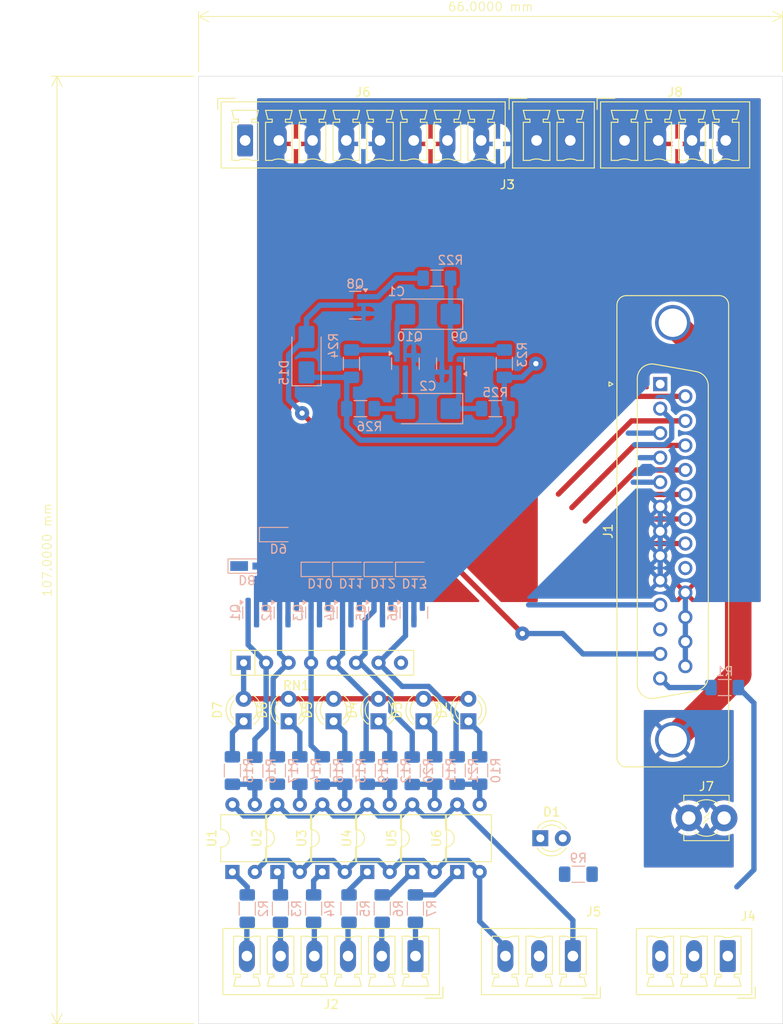
<source format=kicad_pcb>
(kicad_pcb (version 20240108) (generator "pcbnew") (generator_version "8.0")
  (layers (0 "F.Cu" signal) (31 "B.Cu" signal) (34 "B.Paste" user) (35 "F.Paste" user) (36 "B.SilkS" user "B.Silkscreen") (37 "F.SilkS" user "F.Silkscreen") (38 "B.Mask" user) (39 "F.Mask" user) (44 "Edge.Cuts" user))
  (net 0 "")
  (net 1 "Net-(Q10-B)")
  (net 2 "1Hz")
  (net 3 "Net-(Q10-C)")
  (net 4 "Net-(Q9-B)")
  (net 5 "VDD")
  (net 6 "BLINK_OC")
  (net 7 "AUX1")
  (net 8 "TOWER_YELLOW_OC")
  (net 9 "AUX2")
  (net 10 "TOWER_GREEN_OC")
  (net 11 "HOME")
  (net 12 "GOTO")
  (net 13 "GND")
  (net 14 "PARK")
  (net 15 "ES_OC")
  (net 16 "Earth")
  (net 17 "SPARE_OC")
  (net 18 "RELEASE_OC")
  (net 19 "DE_OC")
  (net 20 "START")
  (net 21 "STOP")
  (net 22 "WC_OC")
  (net 23 "DOOR_CLOSED_OC")
  (net 24 "TOWER_RED_OC")
  (net 25 "Net-(Q8-G)")
  (net 26 "Net-(D1-K)")
  (net 27 "Net-(D2-K)")
  (net 28 "Net-(D3-K)")
  (net 29 "Net-(D4-K)")
  (net 30 "Net-(D5-K)")
  (net 31 "Net-(D6-K)")
  (net 32 "Net-(D7-K)")
  (net 33 "~{DOOR_CLOSED}")
  (net 34 "Net-(Q1-G)")
  (net 35 "Net-(Q2-G)")
  (net 36 "Net-(Q3-G)")
  (net 37 "Net-(Q4-G)")
  (net 38 "Net-(Q5-G)")
  (net 39 "Net-(Q6-G)")
  (net 40 "Net-(R2-Pad2)")
  (net 41 "Net-(R3-Pad2)")
  (net 42 "Net-(R4-Pad2)")
  (net 43 "Net-(R5-Pad2)")
  (net 44 "Net-(R6-Pad2)")
  (net 45 "Net-(R7-Pad2)")
  (net 47 "Net-(R10-Pad1)")
  (net 48 "Net-(R11-Pad1)")
  (net 49 "Net-(R12-Pad1)")
  (net 50 "Net-(R13-Pad1)")
  (net 51 "Net-(R14-Pad1)")
  (net 52 "Net-(R15-Pad1)")
  (net 53 "DOOR_OPENED_OC")
  (net 54 "SPARE_TTL")
  (net 55 "TOWER_YELLOW_TTL")
  (net 56 "TOWER_GREEN_TTL")
  (net 57 "ES_TTL")
  (net 58 "DE_TTL")
  (net 59 "TOWER_RED_TTL")
  (footprint "LED_THT:LED_D3.0mm" (layer "F.Cu") (at 134.615 146.05)
    (property "Reference" "D1")
    (property "Value" "LED")
  )
  (footprint "Package_DIP:DIP-4_W7.62mm" (layer "F.Cu") (at 120.142 149.86 90)
    (property "Reference" "U5")
    (property "Value" "PC817")
  )
  (footprint "Package_DIP:DIP-4_W7.62mm" (layer "F.Cu") (at 99.822 149.86 90)
    (property "Reference" "U1")
    (property "Value" "PC817")
  )
  (footprint "LED_THT:LED_D3.0mm" (layer "F.Cu") (at 106.172 132.842 90)
    (property "Reference" "D6")
    (property "Value" "LED")
  )
  (footprint "TerminalBlock_MetzConnect:TerminalBlock_MetzConnect_360410_1x01_Horizontal_ScrewM3.0" (layer "F.Cu") (at 151.384 143.764)
    (property "Reference" "J7")
    (property "Value" "Screw_Terminal_01x01")
  )
  (footprint "LED_THT:LED_D3.0mm" (layer "F.Cu") (at 101.092 132.842 90)
    (property "Reference" "D7")
    (property "Value" "LED")
  )
  (footprint "Connector_Phoenix_MC:PhoenixContact_MCV_1,5_2-G-3.81_1x02_P3.81mm_Vertical" (layer "F.Cu") (at 134.19 67.25)
    (property "Reference" "J3")
    (property "Value" "Screw_Terminal_01x02")
  )
  (footprint "Package_DIP:DIP-4_W7.62mm" (layer "F.Cu") (at 104.902 149.86 90)
    (property "Reference" "U2")
    (property "Value" "PC817")
  )
  (footprint "LED_THT:LED_D3.0mm" (layer "F.Cu") (at 116.332 132.842 90)
    (property "Reference" "D4")
    (property "Value" "LED")
  )
  (footprint "Package_DIP:DIP-4_W7.62mm" (layer "F.Cu") (at 125.222 149.86 90)
    (property "Reference" "U6")
    (property "Value" "PC817")
  )
  (footprint "LED_THT:LED_D3.0mm" (layer "F.Cu") (at 121.412 132.842 90)
    (property "Reference" "D3")
    (property "Value" "LED")
  )
  (footprint "Connector_Phoenix_MC:PhoenixContact_MCV_1,5_6-G-3.81_1x06_P3.81mm_Vertical" (layer "F.Cu") (at 120.5075 159.3575 180)
    (property "Reference" "J2")
    (property "Value" "MASSO_TTL")
  )
  (footprint "Connector_Phoenix_MC:PhoenixContact_MCV_1,5_3-G-3.81_1x03_P3.81mm_Vertical" (layer "F.Cu") (at 155.7925 159.3575 180)
    (property "Reference" "J4")
    (property "Value" "Door Up")
  )
  (footprint "Connector_Phoenix_MC:PhoenixContact_MCV_1,5_8-G-3.81_1x08_P3.81mm_Vertical" (layer "F.Cu") (at 101.26 67.25)
    (property "Reference" "J6")
    (property "Value" "TO_MASSO_INPUTS")
  )
  (footprint "Package_DIP:DIP-4_W7.62mm" (layer "F.Cu") (at 109.982 149.86 90)
    (property "Reference" "U3")
    (property "Value" "PC817")
  )
  (footprint "Connector_Phoenix_MC:PhoenixContact_MCV_1,5_4-G-3.81_1x04_P3.81mm_Vertical" (layer "F.Cu") (at 144.13 67.25)
    (property "Reference" "J8")
    (property "Value" "Screw_Terminal_01x04")
  )
  (footprint "Connector_Phoenix_MC:PhoenixContact_MCV_1,5_3-G-3.81_1x03_P3.81mm_Vertical" (layer "F.Cu") (at 138.2925 159.3575 180)
    (property "Reference" "J5")
    (property "Value" "Door Closed")
  )
  (footprint "Package_DIP:DIP-4_W7.62mm" (layer "F.Cu") (at 115.062 149.86 90)
    (property "Reference" "U4")
    (property "Value" "PC817")
  )
  (footprint "LED_THT:LED_D3.0mm" (layer "F.Cu") (at 111.252 132.842 90)
    (property "Reference" "D5")
    (property "Value" "LED")
  )
  (footprint "LED_THT:LED_D3.0mm" (layer "F.Cu") (at 126.492 132.842 90)
    (property "Reference" "D2")
    (property "Value" "LED")
  )
  (footprint "Resistor_THT:R_Array_SIP8" (layer "F.Cu") (at 101.092 126.238)
    (property "Reference" "RN1")
    (property "Value" "1l")
  )
  (footprint "Connector_Dsub:DSUB-25_Female_Vertical_P2.77x2.84mm_MountingHoles" (layer "F.Cu") (at 148.16 94.765 90)
    (property "Reference" "J1")
    (property "Value" "DB25_Receptacle_MountingHoles")
  )
  (footprint "Package_TO_SOT_SMD:SOT-23" (layer "B.Cu") (at 116.774 120.5715 -90)
    (property "Reference" "Q5")
    (property "Value" "IRLML0030")
  )
  (footprint "Resistor_SMD:R_1206_3216Metric_Pad1.30x1.75mm_HandSolder" (layer "B.Cu") (at 130.546 92.456 90)
    (property "Reference" "R23")
    (property "Value" "5k6")
  )
  (footprint "Diode_SMD:D_MicroSMP_AK" (layer "B.Cu") (at 116.84 115.688)
    (property "Reference" "D12")
    (property "Value" "1J")
  )
  (footprint "Diode_SMD:D_MicroSMP_AK" (layer "B.Cu") (at 120.396 115.688)
    (property "Reference" "D13")
    (property "Value" "1J")
  )
  (footprint "Resistor_SMD:R_1206_3216Metric_Pad1.30x1.75mm_HandSolder" (layer "B.Cu") (at 109.982 138.404 90)
    (property "Reference" "R18")
    (property "Value" "22")
  )
  (footprint "Package_TO_SOT_SMD:SOT-23" (layer "B.Cu") (at 119.37 92.456 -90)
    (property "Reference" "Q10")
    (property "Value" "BC547")
  )
  (footprint "Diode_SMD:D_SMA" (layer "B.Cu") (at 108.194 91.44 90)
    (property "Reference" "D15")
    (property "Value" "1J")
  )
  (footprint "Resistor_SMD:R_1206_3216Metric_Pad1.30x1.75mm_HandSolder" (layer "B.Cu") (at 114.29 97.536)
    (property "Reference" "R26")
    (property "Value" "100k")
  )
  (footprint "Resistor_SMD:R_1206_3216Metric_Pad1.30x1.75mm_HandSolder" (layer "B.Cu") (at 127.762 138.404 90)
    (property "Reference" "R10")
    (property "Value" "4k7")
  )
  (footprint "Diode_SMD:D_MicroSMP_AK" (layer "B.Cu") (at 105.02 111.76)
    (property "Reference" "D9")
    (property "Value" "1J")
  )
  (footprint "Resistor_SMD:R_1206_3216Metric_Pad1.30x1.75mm_HandSolder" (layer "B.Cu") (at 102.362 138.45 90)
    (property "Reference" "R16")
    (property "Value" "22")
  )
  (footprint "Diode_SMD:D_MicroSMP_AK" (layer "B.Cu") (at 113.284 115.688)
    (property "Reference" "D11")
    (property "Value" "1J")
  )
  (footprint "Resistor_SMD:R_1206_3216Metric_Pad1.30x1.75mm_HandSolder" (layer "B.Cu") (at 99.822 138.404 90)
    (property "Reference" "R15")
    (property "Value" "4k7")
  )
  (footprint "Diode_SMD:D_MicroSMP_AK" (layer "B.Cu") (at 101.464 115.316)
    (property "Reference" "D8")
    (property "Value" "1J")
  )
  (footprint "Package_TO_SOT_SMD:SOT-23" (layer "B.Cu") (at 113.7035 85.852 180)
    (property "Reference" "Q8")
    (property "Value" "IRLML0030")
  )
  (footprint "Resistor_SMD:R_1206_3216Metric_Pad1.30x1.75mm_HandSolder" (layer "B.Cu") (at 107.442 138.404 90)
    (property "Reference" "R14")
    (property "Value" "4k7")
  )
  (footprint "Package_TO_SOT_SMD:SOT-23" (layer "B.Cu") (at 113.218 120.5715 -90)
    (property "Reference" "Q4")
    (property "Value" "IRLML0030")
  )
  (footprint "Resistor_SMD:R_1206_3216Metric_Pad1.30x1.75mm_HandSolder" (layer "B.Cu") (at 117.602 138.404 90)
    (property "Reference" "R12")
    (property "Value" "4k7")
  )
  (footprint "Package_TO_SOT_SMD:SOT-23" (layer "B.Cu") (at 102.55 120.5715 -90)
    (property "Reference" "Q1")
    (property "Value" "IRLML0030")
  )
  (footprint "Package_TO_SOT_SMD:SOT-23" (layer "B.Cu") (at 109.662 120.5715 -90)
    (property "Reference" "Q3")
    (property "Value" "IRLML0030")
  )
  (footprint "Package_TO_SOT_SMD:SOT-23" (layer "B.Cu") (at 106.106 120.5715 -90)
    (property "Reference" "Q2")
    (property "Value" "IRLML0030")
  )
  (footprint "Diode_SMD:D_MicroSMP_AK" (layer "B.Cu") (at 109.728 115.688)
    (property "Reference" "D10")
    (property "Value" "1J")
  )
  (footprint "Resistor_SMD:R_1206_3216Metric_Pad1.30x1.75mm_HandSolder" (layer "B.Cu") (at 104.902 138.404 90)
    (property "Reference" "R17")
    (property "Value" "22")
  )
  (footprint "Resistor_SMD:R_1206_3216Metric_Pad1.30x1.75mm_HandSolder" (layer "B.Cu") (at 138.912 150.114 180)
    (property "Reference" "R9")
    (property "Value" "4k7")
  )
  (footprint "Resistor_SMD:R_1206_3216Metric_Pad1.30x1.75mm_HandSolder" (layer "B.Cu") (at 120.5 154 90)
    (property "Reference" "R7")
    (property "Value" "470")
  )
  (footprint "Resistor_SMD:R_1206_3216Metric_Pad1.30x1.75mm_HandSolder" (layer "B.Cu") (at 122.682 138.404 90)
    (property "Reference" "R11")
    (property "Value" "4k7")
  )
  (footprint "Resistor_SMD:R_1206_3216Metric_Pad1.30x1.75mm_HandSolder" (layer "B.Cu") (at 112.522 138.404 90)
    (property "Reference" "R13")
    (property "Value" "4k7")
  )
  (footprint "Resistor_SMD:R_1206_3216Metric_Pad1.30x1.75mm_HandSolder" (layer "B.Cu") (at 122.926 82.804)
    (property "Reference" "R22")
    (property "Value" "22")
  )
  (footprint "Resistor_SMD:R_1206_3216Metric_Pad1.30x1.75mm_HandSolder" (layer "B.Cu") (at 101.5 154 90)
    (property "Reference" "R2")
    (property "Value" "1K")
  )
  (footprint "Resistor_SMD:R_1206_3216Metric_Pad1.30x1.75mm_HandSolder" (layer "B.Cu") (at 109 154 90)
    (property "Reference" "R4")
    (property "Value" "1K")
  )
  (footprint "Resistor_SMD:R_1206_3216Metric_Pad1.30x1.75mm_HandSolder" (layer "B.Cu") (at 105.25 154 90)
    (property "Reference" "R3")
    (property "Value" "1K")
  )
  (footprint "Resistor_SMD:R_1206_3216Metric_Pad1.30x1.75mm_HandSolder" (layer "B.Cu") (at 155.45 129.032 180)
    (property "Reference" "R1")
    (property "Value" "5k6")
  )
  (footprint "Resistor_SMD:R_1206_3216Metric_Pad1.30x1.75mm_HandSolder" (layer "B.Cu") (at 125.222 138.404 90)
    (property "Reference" "R21")
    (property "Value" "22")
  )
  (footprint "Resistor_SMD:R_1206_3216Metric_Pad1.30x1.75mm_HandSolder" (layer "B.Cu") (at 113.274 92.456 90)
    (property "Reference" "R24")
    (property "Value" "150k")
  )
  (footprint "Capacitor_Tantalum_SMD:CP_EIA-6032-28_Kemet-C_Pad2.25x2.35mm_HandSolder" (layer "B.Cu") (at 121.91 97.536 180)
    (property "Reference" "C2")
    (property "Value" "4u7")
  )
  (footprint "Package_TO_SOT_SMD:SOT-23" (layer "B.Cu") (at 120.33 120.5715 -90)
    (property "Reference" "Q6")
    (property "Value" "IRLML0030")
  )
  (footprint "Capacitor_Tantalum_SMD:CP_EIA-6032-28_Kemet-C_Pad2.25x2.35mm_HandSolder" (layer "B.Cu") (at 121.91 86.868 180)
    (property "Reference" "C1")
    (property "Value" "4u7")
  )
  (footprint "Resistor_SMD:R_1206_3216Metric_Pad1.30x1.75mm_HandSolder" (layer "B.Cu") (at 113 154 90)
    (property "Reference" "R5")
    (property "Value" "1K")
  )
  (footprint "Resistor_SMD:R_1206_3216Metric_Pad1.30x1.75mm_HandSolder" (layer "B.Cu") (at 116.75 154 90)
    (property "Reference" "R6")
    (property "Value" "1K")
  )
  (footprint "Package_TO_SOT_SMD:SOT-23" (layer "B.Cu") (at 124.45 92.456 90)
    (property "Reference" "Q9")
    (property "Value" "BC547")
  )
  (footprint "Resistor_SMD:R_1206_3216Metric_Pad1.30x1.75mm_HandSolder" (layer "B.Cu") (at 120.142 138.43 90)
    (property "Reference" "R20")
    (property "Value" "22")
  )
  (footprint "Resistor_SMD:R_1206_3216Metric_Pad1.30x1.75mm_HandSolder" (layer "B.Cu") (at 129.53 97.536 180)
    (property "Reference" "R25")
    (property "Value" "150k")
  )
  (footprint "Resistor_SMD:R_1206_3216Metric_Pad1.30x1.75mm_HandSolder" (layer "B.Cu") (at 115.062 138.404 90)
    (property "Reference" "R19")
    (property "Value" "22")
  )
  (gr_rect (start 96 60) (end 162 167) (stroke (width 0.05)) (fill none) (layer "Edge.Cuts"))
  (dimension (type aligned) (layer "F.SilkS") (pts (xy 96 167) (xy 96 60)) (height -16) (gr_text "107.0000 mm" (at 78.9 113.5 90) (layer "F.SilkS") (effects (font (size 1 1) (thickness 0.1)))) (format (prefix "") (suffix "") (units 3) (units_format 1) (precision 4)) (style (thickness 0.1) (arrow_length 1.27) (text_position_mode 0) (extension_height 0.58642) (extension_offset 0.5) keep_text_aligned))
  (dimension (type aligned) (layer "F.SilkS") (pts (xy 162 60) (xy 96 60)) (height 6.749999) (gr_text "66.0000 mm" (at 129 52.150001 0) (layer "F.SilkS") (effects (font (size 1 1) (thickness 0.1)))) (format (prefix "") (suffix "") (units 3) (units_format 1) (precision 4)) (style (thickness 0.1) (arrow_length 1.27) (text_position_mode 0) (extension_height 0.58642) (extension_offset 0.5) keep_text_aligned))
  (segment (start 117.938 90.906) (end 117.938 91.0365) (width 0.6) (layer "B.Cu") (net 1))
  (segment (start 113.274 90.906) (end 117.938 90.906) (width 0.6) (layer "B.Cu") (net 1))
  (segment (start 117.938 90.906) (end 118.42 90.424) (width 0.6) (layer "B.Cu") (net 1))
  (segment (start 117.938 91.0365) (end 118.42 91.5185) (width 0.6) (layer "B.Cu") (net 1))
  (segment (start 118.42 91.5185) (end 118.42 90.424) (width 0.6) (layer "B.Cu") (net 1))
  (segment (start 118.42 87.808) (end 119.36 86.868) (width 0.6) (layer "B.Cu") (net 1))
  (segment (start 118.42 90.424) (end 118.42 87.808) (width 0.6) (layer "B.Cu") (net 1))
  (segment (start 124.968 90.906) (end 124.476 90.906) (width 0.6) (layer "B.Cu") (net 2))
  (segment (start 124.45 90.424) (end 124.45 86.878) (width 0.6) (layer "B.Cu") (net 2))
  (segment (start 124.486 90.424) (end 124.968 90.906) (width 0.6) (layer "B.Cu") (net 2))
  (segment (start 124.45 91.5185) (end 124.968 91.0005) (width 0.6) (layer "B.Cu") (net 2))
  (segment (start 124.45 86.878) (end 124.46 86.868) (width 0.6) (layer "B.Cu") (net 2))
  (segment (start 130.546 90.906) (end 124.968 90.906) (width 0.6) (layer "B.Cu") (net 2))
  (segment (start 124.476 90.906) (end 124.45 90.932) (width 0.6) (layer "B.Cu") (net 2))
  (segment (start 124.476 86.852) (end 124.46 86.868) (width 0.6) (layer "B.Cu") (net 2))
  (segment (start 124.45 91.5185) (end 124.45 90.932) (width 0.6) (layer "B.Cu") (net 2))
  (segment (start 124.45 90.424) (end 124.486 90.424) (width 0.6) (layer "B.Cu") (net 2))
  (segment (start 124.476 82.804) (end 124.476 86.852) (width 0.6) (layer "B.Cu") (net 2))
  (segment (start 124.968 91.0005) (end 124.968 90.906) (width 0.6) (layer "B.Cu") (net 2))
  (segment (start 124.45 90.932) (end 124.45 90.424) (width 0.6) (layer "B.Cu") (net 2))
  (segment (start 119.36 97.536) (end 115.84 97.536) (width 0.6) (layer "B.Cu") (net 3))
  (segment (start 119.37 97.526) (end 119.36 97.536) (width 0.6) (layer "B.Cu") (net 3))
  (segment (start 119.37 93.3935) (end 119.37 97.526) (width 0.6) (layer "B.Cu") (net 3))
  (segment (start 125.4 93.3935) (end 125.4 96.596) (width 0.6) (layer "B.Cu") (net 4))
  (segment (start 127.98 97.536) (end 124.46 97.536) (width 0.6) (layer "B.Cu") (net 4))
  (segment (start 125.4 96.596) (end 124.46 97.536) (width 0.6) (layer "B.Cu") (net 4))
  (via (at 134.112 92.456) (size 1.6) (drill 0.6) (layers "F.Cu" "B.Cu") (net 5))
  (segment (start 112.74 97.536) (end 112.74 94.54) (width 0.6) (layer "B.Cu") (net 5))
  (segment (start 116.362 143.54) (end 118.842 143.54) (width 0.6) (layer "B.Cu") (net 5))
  (segment (start 132.562 94.006) (end 134.112 92.456) (width 0.6) (layer "B.Cu") (net 5))
  (segment (start 115.062 142.24) (end 116.362 143.54) (width 0.6) (layer "B.Cu") (net 5))
  (segment (start 108.682 143.54) (end 109.982 142.24) (width 0.6) (layer "B.Cu") (net 5))
  (segment (start 113.274 94.006) (end 108.76 94.006) (width 0.6) (layer "B.Cu") (net 5))
  (segment (start 125.222 142.24) (end 138.2925 155.3105) (width 0.6) (layer "B.Cu") (net 5))
  (segment (start 130.546 97.002) (end 131.08 97.536) (width 0.6) (layer "B.Cu") (net 5))
  (segment (start 121.442 143.54) (end 123.922 143.54) (width 0.6) (layer "B.Cu") (net 5))
  (segment (start 103.602 143.54) (end 104.902 142.24) (width 0.6) (layer "B.Cu") (net 5))
  (segment (start 130.546 94.006) (end 132.562 94.006) (width 0.6) (layer "B.Cu") (net 5))
  (segment (start 151 118.31) (end 151 121.08) (width 0.6) (layer "B.Cu") (net 5))
  (segment (start 138.2925 155.3105) (end 138.2925 159.3575) (width 0.6) (layer "B.Cu") (net 5))
  (segment (start 123.922 143.54) (end 125.222 142.24) (width 0.6) (layer "B.Cu") (net 5))
  (segment (start 112.74 99.532) (end 112.74 97.536) (width 0.6) (layer "B.Cu") (net 5))
  (segment (start 104.902 142.24) (end 106.202 143.54) (width 0.6) (layer "B.Cu") (net 5))
  (segment (start 106.202 143.54) (end 108.682 143.54) (width 0.6) (layer "B.Cu") (net 5))
  (segment (start 151 121.08) (end 151 123.85) (width 0.6) (layer "B.Cu") (net 5))
  (segment (start 108.76 94.006) (end 108.194 93.44) (width 0.6) (layer "B.Cu") (net 5))
  (segment (start 114.3 101.092) (end 112.74 99.532) (width 0.6) (layer "B.Cu") (net 5))
  (segment (start 131.08 99.552) (end 129.54 101.092) (width 0.6) (layer "B.Cu") (net 5))
  (segment (start 112.74 94.54) (end 113.274 94.006) (width 0.6) (layer "B.Cu") (net 5))
  (segment (start 131.08 97.536) (end 131.08 99.552) (width 0.6) (layer "B.Cu") (net 5))
  (segment (start 113.762 143.54) (end 115.062 142.24) (width 0.6) (layer "B.Cu") (net 5))
  (segment (start 101.122 143.54) (end 103.602 143.54) (width 0.6) (layer "B.Cu") (net 5))
  (segment (start 99.822 142.24) (end 101.122 143.54) (width 0.6) (layer "B.Cu") (net 5))
  (segment (start 120.142 142.24) (end 121.442 143.54) (width 0.6) (layer "B.Cu") (net 5))
  (segment (start 118.842 143.54) (end 120.142 142.24) (width 0.6) (layer "B.Cu") (net 5))
  (segment (start 111.282 143.54) (end 113.762 143.54) (width 0.6) (layer "B.Cu") (net 5))
  (segment (start 130.546 94.006) (end 130.546 97.002) (width 0.6) (layer "B.Cu") (net 5))
  (segment (start 129.54 101.092) (end 114.3 101.092) (width 0.6) (layer "B.Cu") (net 5))
  (segment (start 109.982 142.24) (end 111.282 143.54) (width 0.6) (layer "B.Cu") (net 5))
  (segment (start 151 126.62) (end 151 123.85) (width 0.6) (layer "B.Cu") (net 5))
  (segment (start 132.588 122.936) (end 107.696 98.044) (width 0.6) (layer "F.Cu") (net 6))
  (via (at 132.588 122.936) (size 1.6) (drill 0.6) (layers "F.Cu" "B.Cu") (net 6))
  (via (at 107.696 98.044) (size 1.6) (drill 0.6) (layers "F.Cu" "B.Cu") (net 6))
  (segment (start 148.16 125.235) (end 148.16 125.618478) (width 0.6) (layer "B.Cu") (net 6))
  (segment (start 109.728 85.852) (end 111.76 85.852) (width 0.6) (layer "B.Cu") (net 6))
  (segment (start 108.194 89.44) (end 108.194 87.386) (width 0.6) (layer "B.Cu") (net 6))
  (segment (start 132.588 122.936) (end 137.134 122.936) (width 0.6) (layer "B.Cu") (net 6))
  (segment (start 111.76 85.852) (end 112.766 85.852) (width 0.6) (layer "B.Cu") (net 6))
  (segment (start 106.172 91.462) (end 106.172 96.52) (width 0.6) (layer "B.Cu") (net 6))
  (segment (start 137.134 122.936) (end 139.433 125.235) (width 0.6) (layer "B.Cu") (net 6))
  (segment (start 106.172 96.52) (end 107.696 98.044) (width 0.6) (layer "B.Cu") (net 6))
  (segment (start 108.194 89.44) (end 106.172 91.462) (width 0.6) (layer "B.Cu") (net 6))
  (segment (start 108.194 87.386) (end 109.728 85.852) (width 0.6) (layer "B.Cu") (net 6))
  (segment (start 139.433 125.235) (end 148.16 125.235) (width 0.6) (layer "B.Cu") (net 6))
  (segment (start 144.272 115.824) (end 147.326 112.77) (width 0.6) (layer "F.Cu") (net 7))
  (segment (start 147.326 112.77) (end 151 112.77) (width 0.6) (layer "F.Cu") (net 7))
  (segment (start 109.662 121.509) (end 109.662 116.774) (width 0.6) (layer "B.Cu") (net 8))
  (segment (start 144.551 100.305) (end 148.16 100.305) (width 0.6) (layer "B.Cu") (net 8))
  (segment (start 109.662 116.774) (end 109.728 116.708) (width 0.6) (layer "B.Cu") (net 8))
  (segment (start 147.048 110) (end 151 110) (width 0.6) (layer "F.Cu") (net 9))
  (segment (start 142.748 114.3) (end 147.048 110) (width 0.6) (layer "F.Cu") (net 9))
  (segment (start 148.059 94.765) (end 148.16 94.765) (width 0.6) (layer "B.Cu") (net 10))
  (segment (start 102.55 116.754) (end 102.504 116.708) (width 0.6) (layer "B.Cu") (net 10))
  (segment (start 102.55 121.509) (end 102.55 116.754) (width 0.6) (layer "B.Cu") (net 10))
  (segment (start 145.198 101.69) (end 151 101.69) (width 0.6) (layer "F.Cu") (net 11))
  (segment (start 138.176 108.712) (end 145.198 101.69) (width 0.6) (layer "F.Cu") (net 11))
  (segment (start 141.224 111.76) (end 145.754 107.23) (width 0.6) (layer "F.Cu") (net 12))
  (segment (start 145.754 107.23) (end 151 107.23) (width 0.6) (layer "F.Cu") (net 12))
  (segment (start 101.092 130.302) (end 106.172 130.302) (width 0.6) (layer "F.Cu") (net 13))
  (segment (start 121.412 130.302) (end 116.332 130.302) (width 0.6) (layer "F.Cu") (net 13))
  (segment (start 111.252 130.302) (end 116.332 130.302) (width 0.6) (layer "F.Cu") (net 13))
  (segment (start 106.172 130.302) (end 111.252 130.302) (width 0.6) (layer "F.Cu") (net 13))
  (segment (start 126.492 130.302) (end 121.412 130.302) (width 0.6) (layer "F.Cu") (net 13))
  (segment (start 118.902 148.56) (end 121.382 148.56) (width 0.6) (layer "B.Cu") (net 13))
  (segment (start 112.522 149.86) (end 113.822 148.56) (width 0.6) (layer "B.Cu") (net 13))
  (segment (start 116.302 148.56) (end 117.602 149.86) (width 0.6) (layer "B.Cu") (net 13))
  (segment (start 103.662 148.56) (end 106.142 148.56) (width 0.6) (layer "B.Cu") (net 13))
  (segment (start 106.142 148.56) (end 107.442 149.86) (width 0.6) (layer "B.Cu") (net 13))
  (segment (start 127.762 149.86) (end 127.762 155.448) (width 0.6) (layer "B.Cu") (net 13))
  (segment (start 148.16 111.385) (end 148.16 114.155) (width 0.6) (layer "B.Cu") (net 13))
  (segment (start 130.6725 158.3585) (end 130.6725 159.3575) (width 0.6) (layer "B.Cu") (net 13))
  (segment (start 148.16 114.155) (end 148.16 116.925) (width 0.6) (layer "B.Cu") (net 13))
  (segment (start 148.16 108.615) (end 148.16 111.385) (width 0.6) (layer "B.Cu") (net 13))
  (segment (start 107.442 149.86) (end 108.742 148.56) (width 0.6) (layer "B.Cu") (net 13))
  (segment (start 123.982 148.56) (end 126.462 148.56) (width 0.6) (layer "B.Cu") (net 13))
  (segment (start 117.602 149.86) (end 118.902 148.56) (width 0.6) (layer "B.Cu") (net 13))
  (segment (start 122.195 93.3935) (end 120.32 91.5185) (width 0.6) (layer "B.Cu") (net 13))
  (segment (start 127.762 155.448) (end 130.6725 158.3585) (width 0.6) (layer "B.Cu") (net 13))
  (segment (start 122.682 149.86) (end 123.982 148.56) (width 0.6) (layer "B.Cu") (net 13))
  (segment (start 111.222 148.56) (end 112.522 149.86) (width 0.6) (layer "B.Cu") (net 13))
  (segment (start 123.5 93.3935) (end 122.195 93.3935) (width 0.6) (layer "B.Cu") (net 13))
  (segment (start 108.742 148.56) (end 111.222 148.56) (width 0.6) (layer "B.Cu") (net 13))
  (segment (start 102.362 149.86) (end 103.662 148.56) (width 0.6) (layer "B.Cu") (net 13))
  (segment (start 101.092 130.302) (end 101.092 126.238) (width 0.6) (layer "B.Cu") (net 13))
  (segment (start 121.382 148.56) (end 122.682 149.86) (width 0.6) (layer "B.Cu") (net 13))
  (segment (start 113.822 148.56) (end 116.302 148.56) (width 0.6) (layer "B.Cu") (net 13))
  (segment (start 126.462 148.56) (end 127.762 149.86) (width 0.6) (layer "B.Cu") (net 13))
  (segment (start 145.476 104.46) (end 151 104.46) (width 0.6) (layer "F.Cu") (net 14))
  (segment (start 139.7 110.236) (end 145.476 104.46) (width 0.6) (layer "F.Cu") (net 14))
  (segment (start 120.33 121.509) (end 120.33 116.774) (width 0.6) (layer "B.Cu") (net 15))
  (segment (start 145.107 105.845) (end 148.16 105.845) (width 0.6) (layer "B.Cu") (net 15))
  (segment (start 120.33 116.774) (end 120.396 116.708) (width 0.6) (layer "B.Cu") (net 15))
  (segment (start 156.972 127.543) (end 149.58 134.935) (width 3) (layer "F.Cu") (net 16))
  (segment (start 156.972 95.227) (end 156.972 127.543) (width 3) (layer "F.Cu") (net 16))
  (segment (start 149.58 87.835) (end 156.972 95.227) (width 3) (layer "F.Cu") (net 16))
  (segment (start 145.845 103.075) (end 148.16 103.075) (width 0.6) (layer "B.Cu") (net 17))
  (segment (start 113.218 116.774) (end 113.284 116.708) (width 0.6) (layer "B.Cu") (net 17))
  (segment (start 113.218 121.509) (end 113.218 116.774) (width 0.6) (layer "B.Cu") (net 17))
  (segment (start 116.774 116.774) (end 116.84 116.708) (width 0.6) (layer "B.Cu") (net 19))
  (segment (start 116.774 121.509) (end 116.774 116.774) (width 0.6) (layer "B.Cu") (net 19))
  (segment (start 133.289 119.695) (end 148.16 119.695) (width 0.6) (layer "B.Cu") (net 19))
  (segment (start 135.128 105.664) (end 144.642 96.15) (width 0.6) (layer "F.Cu") (net 20))
  (segment (start 144.642 96.15) (end 151 96.15) (width 0.6) (layer "F.Cu") (net 20))
  (segment (start 144.92 98.92) (end 151 98.92) (width 0.6) (layer "F.Cu") (net 21))
  (segment (start 136.652 107.188) (end 144.92 98.92) (width 0.6) (layer "F.Cu") (net 21))
  (segment (start 149.187 129.032) (end 153.9 129.032) (width 0.6) (layer "B.Cu") (net 23))
  (segment (start 148.16 128.005) (end 149.187 129.032) (width 0.6) (layer "B.Cu") (net 23))
  (segment (start 148.165 128) (end 148.16 128.005) (width 0.6) (layer "B.Cu") (net 23))
  (segment (start 148.698478 101.605) (end 149.46 100.843478) (width 0.6) (layer "B.Cu") (net 24))
  (segment (start 106.106 116.774) (end 106.172 116.708) (width 0.6) (layer "B.Cu") (net 24))
  (segment (start 145.283 101.605) (end 148.698478 101.605) (width 0.6) (layer "B.Cu") (net 24))
  (segment (start 149.46 98.835) (end 148.16 97.535) (width 0.6) (layer "B.Cu") (net 24))
  (segment (start 106.106 121.509) (end 106.106 116.774) (width 0.6) (layer "B.Cu") (net 24))
  (segment (start 149.46 100.843478) (end 149.46 98.835) (width 0.6) (layer "B.Cu") (net 24))
  (segment (start 118.364 82.804) (end 116.266 84.902) (width 0.6) (layer "B.Cu") (net 25))
  (segment (start 121.376 82.804) (end 118.364 82.804) (width 0.6) (layer "B.Cu") (net 25))
  (segment (start 116.266 84.902) (end 114.641 84.902) (width 0.6) (layer "B.Cu") (net 25))
  (segment (start 127.762 134.112) (end 126.492 132.842) (width 0.6) (layer "B.Cu") (net 27))
  (segment (start 127.762 136.854) (end 127.762 134.112) (width 0.6) (layer "B.Cu") (net 27))
  (segment (start 122.682 136.854) (end 122.682 134.112) (width 0.6) (layer "B.Cu") (net 28))
  (segment (start 122.682 134.112) (end 121.412 132.842) (width 0.6) (layer "B.Cu") (net 28))
  (segment (start 117.602 136.854) (end 117.602 134.112) (width 0.6) (layer "B.Cu") (net 29))
  (segment (start 117.602 134.112) (end 116.332 132.842) (width 0.6) (layer "B.Cu") (net 29))
  (segment (start 112.522 136.854) (end 112.522 134.112) (width 0.6) (layer "B.Cu") (net 30))
  (segment (start 112.522 134.112) (end 111.252 132.842) (width 0.6) (layer "B.Cu") (net 30))
  (segment (start 107.442 136.854) (end 107.442 134.112) (width 0.6) (layer "B.Cu") (net 31))
  (segment (start 107.442 134.112) (end 106.172 132.842) (width 0.6) (layer "B.Cu") (net 31))
  (segment (start 99.822 136.854) (end 99.822 134.112) (width 0.6) (layer "B.Cu") (net 32))
  (segment (start 99.822 134.112) (end 101.092 132.842) (width 0.6) (layer "B.Cu") (net 32))
  (segment (start 158.75 130.782) (end 157 129.032) (width 0.6) (layer "B.Cu") (net 33))
  (segment (start 158.75 149.606) (end 158.75 130.782) (width 0.6) (layer "B.Cu") (net 33))
  (segment (start 158.75 149.606) (end 156.8175 151.5385) (width 0.6) (layer "B.Cu") (net 33))
  (segment (start 103.632 126.238) (end 101.6 124.206) (width 0.6) (layer "B.Cu") (net 34))
  (segment (start 103.632 133.604) (end 102.362 134.874) (width 0.6) (layer "B.Cu") (net 34))
  (segment (start 101.6 124.206) (end 101.6 119.634) (width 0.6) (layer "B.Cu") (net 34))
  (segment (start 102.362 134.874) (end 102.362 136.9) (width 0.6) (layer "B.Cu") (net 34))
  (segment (start 103.632 126.238) (end 103.632 133.604) (width 0.6) (layer "B.Cu") (net 34))
  (segment (start 104.432 127.978) (end 104.432 136.384) (width 0.6) (layer "B.Cu") (net 35))
  (segment (start 106.172 126.238) (end 104.432 127.978) (width 0.6) (layer "B.Cu") (net 35))
  (segment (start 105.156 125.222) (end 106.172 126.238) (width 0.6) (layer "B.Cu") (net 35))
  (segment (start 105.156 119.634) (end 105.156 125.222) (width 0.6) (layer "B.Cu") (net 35))
  (segment (start 104.432 136.384) (end 104.902 136.854) (width 0.6) (layer "B.Cu") (net 35))
  (segment (start 109.982 136.854) (end 108.712 135.584) (width 0.6) (layer "B.Cu") (net 36))
  (segment (start 108.712 119.634) (end 108.712 126.238) (width 0.6) (layer "B.Cu") (net 36))
  (segment (start 108.712 135.584) (end 108.712 126.238) (width 0.6) (layer "B.Cu") (net 36))
  (segment (start 112.268 125.222) (end 111.252 126.238) (width 0.6) (layer "B.Cu") (net 37))
  (segment (start 114.932 136.724) (end 114.932 129.918) (width 0.6) (layer "B.Cu") (net 37))
  (segment (start 115.062 136.854) (end 114.932 136.724) (width 0.6) (layer "B.Cu") (net 37))
  (segment (start 114.932 129.918) (end 111.252 126.238) (width 0.6) (layer "B.Cu") (net 37))
  (segment (start 112.268 119.634) (end 112.268 125.222) (width 0.6) (layer "B.Cu") (net 37))
  (segment (start 114.247899 126.238) (end 113.792 126.238) (width 0.6) (layer "B.Cu") (net 38))
  (segment (start 117.732 129.722101) (end 114.247899 126.238) (width 0.6) (layer "B.Cu") (net 38))
  (segment (start 114.808 121.387499) (end 114.808 125.222) (width 0.6) (layer "B.Cu") (net 38))
  (segment (start 115.824 119.634) (end 115.824 120.371499) (width 0.6) (layer "B.Cu") (net 38))
  (segment (start 117.732 131.702) (end 117.732 129.722101) (width 0.6) (layer "B.Cu") (net 38))
  (segment (start 120.142 134.112) (end 117.732 131.702) (width 0.6) (layer "B.Cu") (net 38))
  (segment (start 114.808 125.222) (end 113.792 126.238) (width 0.6) (layer "B.Cu") (net 38))
  (segment (start 115.824 120.371499) (end 114.808 121.387499) (width 0.6) (layer "B.Cu") (net 38))
  (segment (start 120.142 136.88) (end 120.142 134.112) (width 0.6) (layer "B.Cu") (net 38))
  (segment (start 119.38 119.634) (end 119.38 123.19) (width 0.6) (layer "B.Cu") (net 39))
  (segment (start 121.991899 128.902) (end 118.996 128.902) (width 0.6) (layer "B.Cu") (net 39))
  (segment (start 118.996 128.902) (end 116.332 126.238) (width 0.6) (layer "B.Cu") (net 39))
  (segment (start 125.092 136.724) (end 125.092 132.002101) (width 0.6) (layer "B.Cu") (net 39))
  (segment (start 119.38 123.19) (end 116.332 126.238) (width 0.6) (layer "B.Cu") (net 39))
  (segment (start 125.092 132.002101) (end 121.991899 128.902) (width 0.6) (layer "B.Cu") (net 39))
  (segment (start 125.222 136.854) (end 125.092 136.724) (width 0.6) (layer "B.Cu") (net 39))
  (segment (start 101.5 151.538) (end 99.822 149.86) (width 0.6) (layer "B.Cu") (net 40))
  (segment (start 101.5 152.45) (end 101.5 151.538) (width 0.6) (layer "B.Cu") (net 40))
  (segment (start 105.25 152.45) (end 105.25 150.208) (width 0.6) (layer "B.Cu") (net 41))
  (segment (start 105.25 150.208) (end 104.902 149.86) (width 0.6) (layer "B.Cu") (net 41))
  (segment (start 109 150.842) (end 109.982 149.86) (width 0.6) (layer "B.Cu") (net 42))
  (segment (start 109 152.45) (end 109 150.842) (width 0.6) (layer "B.Cu") (net 42))
  (segment (start 113 151.922) (end 115.062 149.86) (width 0.6) (layer "B.Cu") (net 43))
  (segment (start 113 152.45) (end 113 151.922) (width 0.6) (layer "B.Cu") (net 43))
  (segment (start 117.552 152.45) (end 120.142 149.86) (width 0.6) (layer "B.Cu") (net 44))
  (segment (start 116.75 152.45) (end 117.552 152.45) (width 0.6) (layer "B.Cu") (net 44))
  (segment (start 120.5 152.45) (end 122.632 152.45) (width 0.6) (layer "B.Cu") (net 45))
  (segment (start 122.632 152.45) (end 125.222 149.86) (width 0.6) (layer "B.Cu") (net 45))
  (segment (start 127.762 142.24) (end 127.762 139.954) (width 0.6) (layer "B.Cu") (net 47))
  (segment (start 127.762 139.954) (end 125.222 139.954) (width 0.6) (layer "B.Cu") (net 47))
  (segment (start 122.682 139.954) (end 120.168 139.954) (width 0.6) (layer "B.Cu") (net 48))
  (segment (start 120.168 139.954) (end 120.142 139.98) (width 0.6) (layer "B.Cu") (net 48))
  (segment (start 122.682 142.24) (end 122.682 139.954) (width 0.6) (layer "B.Cu") (net 48))
  (segment (start 117.602 142.24) (end 117.602 139.954) (width 0.6) (layer "B.Cu") (net 49))
  (segment (start 117.602 139.954) (end 115.062 139.954) (width 0.6) (layer "B.Cu") (net 49))
  (segment (start 112.522 139.954) (end 109.982 139.954) (width 0.6) (layer "B.Cu") (net 50))
  (segment (start 112.522 142.24) (end 112.522 139.954) (width 0.6) (layer "B.Cu") (net 50))
  (segment (start 107.442 142.24) (end 107.442 139.954) (width 0.6) (layer "B.Cu") (net 51))
  (segment (start 102.316 139.954) (end 102.362 140) (width 0.6) (layer "B.Cu") (net 52))
  (segment (start 102.362 142.24) (end 102.362 140) (width 0.6) (layer "B.Cu") (net 52))
  (segment (start 99.822 139.954) (end 102.316 139.954) (width 0.6) (layer "B.Cu") (net 52))
  (segment (start 112.8875 158.8695) (end 112.8875 155.6625) (width 0.6) (layer "B.Cu") (net 54))
  (segment (start 112.8875 155.6625) (end 113 155.55) (width 0.6) (layer "B.Cu") (net 54))
  (segment (start 105.25 155.55) (end 105.25 158.852) (width 0.6) (layer "B.Cu") (net 55))
  (segment (start 105.25 158.852) (end 105.2675 158.8695) (width 0.6) (layer "B.Cu") (net 55))
  (segment (start 101.4575 155.5925) (end 101.5 155.55) (width 0.6) (layer "B.Cu") (net 56))
  (segment (start 101.4575 158.8695) (end 101.4575 155.5925) (width 0.6) (layer "B.Cu") (net 56))
  (segment (start 120.5075 158.9925) (end 120.5 159) (width 0.6) (layer "F.Cu") (net 57))
  (segment (start 120.5075 158.8695) (end 120.5075 158.9925) (width 0.6) (layer "F.Cu") (net 57))
  (segment (start 120.5075 155.5575) (end 120.5 155.55) (width 0.6) (layer "B.Cu") (net 57))
  (segment (start 120.5075 158.8695) (end 120.5075 155.5575) (width 0.6) (layer "B.Cu") (net 57))
  (segment (start 116.6975 155.6025) (end 116.75 155.55) (width 0.6) (layer "B.Cu") (net 58))
  (segment (start 116.6975 158.8695) (end 116.6975 155.6025) (width 0.6) (layer "B.Cu") (net 58))
  (segment (start 109.0775 158.8695) (end 109.0775 155.6275) (width 0.6) (layer "B.Cu") (net 59))
  (segment (start 109.0775 155.6275) (end 109 155.55) (width 0.6) (layer "B.Cu") (net 59))
  (zone (net 5) (net_name "VDD") (layer "F.Cu") (priority 2) (connect_pads (clearance 0.5)) (min_thickness 0.25) (fill yes (thermal_gap 0.5) (thermal_bridge_width 0.5))
    (polygon (pts (xy 102.616 62.484) (xy 159.512 62.484) (xy 159.512 119.38) (xy 102.616 119.38)))
  )
  (zone (net 16) (net_name "Earth") (layers "F&B.Cu") (connect_pads (clearance 0.5)) (min_thickness 0.25) (fill yes (thermal_gap 0.5) (thermal_bridge_width 0.5))
    (polygon (pts (xy 146.304 131.572) (xy 146.304 149.352) (xy 156.464 149.352) (xy 156.464 131.572)))
  )
  (zone (net 13) (net_name "GND") (layer "B.Cu") (priority 1) (connect_pads (clearance 0.4)) (min_thickness 0.25) (fill yes (thermal_gap 0.5) (thermal_bridge_width 0.5))
    (polygon (pts (xy 102.616 62.484) (xy 159.512 62.484) (xy 159.512 119.38) (xy 102.616 119.38)))
  )
)
</source>
